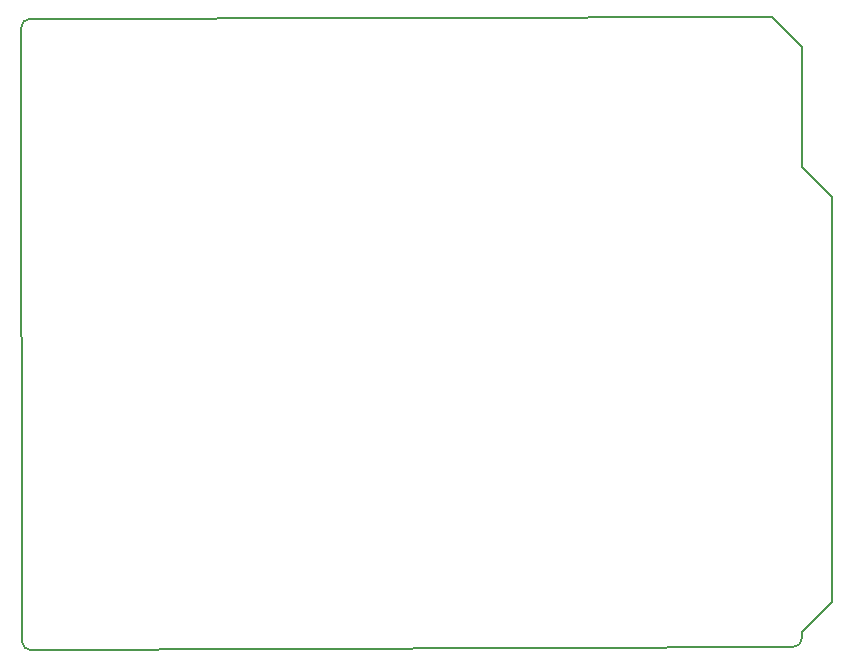
<source format=gbr>
%TF.GenerationSoftware,KiCad,Pcbnew,(6.0.8-1)-1*%
%TF.CreationDate,2022-11-16T22:41:15-08:00*%
%TF.ProjectId,osh-park-2-layer-kicad-5.99-drc-template,6f73682d-7061-4726-9b2d-322d6c617965,02*%
%TF.SameCoordinates,Original*%
%TF.FileFunction,Profile,NP*%
%FSLAX46Y46*%
G04 Gerber Fmt 4.6, Leading zero omitted, Abs format (unit mm)*
G04 Created by KiCad (PCBNEW (6.0.8-1)-1) date 2022-11-16 22:41:15*
%MOMM*%
%LPD*%
G01*
G04 APERTURE LIST*
%TA.AperFunction,Profile*%
%ADD10C,0.150000*%
%TD*%
G04 APERTURE END LIST*
D10*
X119910205Y-113660380D02*
X119846739Y-61706810D01*
X120608739Y-60944839D02*
G75*
G03*
X119846739Y-61706810I61J-762061D01*
G01*
X185204658Y-114141558D02*
G75*
G03*
X185966658Y-113379644I42J761958D01*
G01*
X188506658Y-76041644D02*
X188506658Y-110331644D01*
X119910220Y-113660380D02*
G75*
G03*
X120672205Y-114422380I761880J-120D01*
G01*
X120608739Y-60944810D02*
X183426658Y-60801644D01*
X185204658Y-114141644D02*
X120672205Y-114422380D01*
X185966658Y-112871644D02*
X185966658Y-113379644D01*
X183426658Y-60801644D02*
X185966658Y-63341644D01*
X185966658Y-73501644D02*
X188506658Y-76041644D01*
X188506658Y-110331644D02*
X185966658Y-112871644D01*
X185966658Y-63341644D02*
X185966658Y-73501644D01*
M02*

</source>
